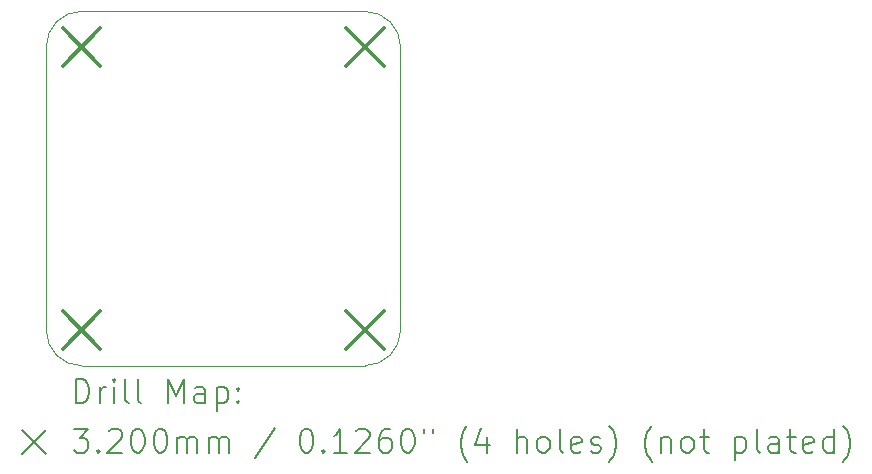
<source format=gbr>
%TF.GenerationSoftware,KiCad,Pcbnew,(6.0.7)*%
%TF.CreationDate,2022-10-27T11:51:33+02:00*%
%TF.ProjectId,reservoirCon,72657365-7276-46f6-9972-436f6e2e6b69,rev?*%
%TF.SameCoordinates,Original*%
%TF.FileFunction,Drillmap*%
%TF.FilePolarity,Positive*%
%FSLAX45Y45*%
G04 Gerber Fmt 4.5, Leading zero omitted, Abs format (unit mm)*
G04 Created by KiCad (PCBNEW (6.0.7)) date 2022-10-27 11:51:33*
%MOMM*%
%LPD*%
G01*
G04 APERTURE LIST*
%ADD10C,0.100000*%
%ADD11C,0.200000*%
%ADD12C,0.320000*%
G04 APERTURE END LIST*
D10*
X16740000Y-9700000D02*
G75*
G03*
X16440000Y-9400000I-300000J0D01*
G01*
X16440000Y-12400000D02*
G75*
G03*
X16740000Y-12100000I0J300000D01*
G01*
X14040000Y-9400000D02*
G75*
G03*
X13740000Y-9700000I0J-300000D01*
G01*
X14040000Y-9400000D02*
X16440000Y-9400000D01*
X13740000Y-12100000D02*
G75*
G03*
X14040000Y-12400000I300000J0D01*
G01*
X13740000Y-12100000D02*
X13740000Y-9700000D01*
X14040000Y-12400000D02*
X16440000Y-12400000D01*
X16740000Y-12100000D02*
X16740000Y-9700000D01*
D11*
D12*
X13880000Y-9540000D02*
X14200000Y-9860000D01*
X14200000Y-9540000D02*
X13880000Y-9860000D01*
X13880000Y-11940000D02*
X14200000Y-12260000D01*
X14200000Y-11940000D02*
X13880000Y-12260000D01*
X16280000Y-9540000D02*
X16600000Y-9860000D01*
X16600000Y-9540000D02*
X16280000Y-9860000D01*
X16280000Y-11940000D02*
X16600000Y-12260000D01*
X16600000Y-11940000D02*
X16280000Y-12260000D01*
D11*
X13992619Y-12715476D02*
X13992619Y-12515476D01*
X14040238Y-12515476D01*
X14068809Y-12525000D01*
X14087857Y-12544048D01*
X14097381Y-12563095D01*
X14106905Y-12601190D01*
X14106905Y-12629762D01*
X14097381Y-12667857D01*
X14087857Y-12686905D01*
X14068809Y-12705952D01*
X14040238Y-12715476D01*
X13992619Y-12715476D01*
X14192619Y-12715476D02*
X14192619Y-12582143D01*
X14192619Y-12620238D02*
X14202143Y-12601190D01*
X14211667Y-12591667D01*
X14230714Y-12582143D01*
X14249762Y-12582143D01*
X14316428Y-12715476D02*
X14316428Y-12582143D01*
X14316428Y-12515476D02*
X14306905Y-12525000D01*
X14316428Y-12534524D01*
X14325952Y-12525000D01*
X14316428Y-12515476D01*
X14316428Y-12534524D01*
X14440238Y-12715476D02*
X14421190Y-12705952D01*
X14411667Y-12686905D01*
X14411667Y-12515476D01*
X14545000Y-12715476D02*
X14525952Y-12705952D01*
X14516428Y-12686905D01*
X14516428Y-12515476D01*
X14773571Y-12715476D02*
X14773571Y-12515476D01*
X14840238Y-12658333D01*
X14906905Y-12515476D01*
X14906905Y-12715476D01*
X15087857Y-12715476D02*
X15087857Y-12610714D01*
X15078333Y-12591667D01*
X15059286Y-12582143D01*
X15021190Y-12582143D01*
X15002143Y-12591667D01*
X15087857Y-12705952D02*
X15068809Y-12715476D01*
X15021190Y-12715476D01*
X15002143Y-12705952D01*
X14992619Y-12686905D01*
X14992619Y-12667857D01*
X15002143Y-12648809D01*
X15021190Y-12639286D01*
X15068809Y-12639286D01*
X15087857Y-12629762D01*
X15183095Y-12582143D02*
X15183095Y-12782143D01*
X15183095Y-12591667D02*
X15202143Y-12582143D01*
X15240238Y-12582143D01*
X15259286Y-12591667D01*
X15268809Y-12601190D01*
X15278333Y-12620238D01*
X15278333Y-12677381D01*
X15268809Y-12696428D01*
X15259286Y-12705952D01*
X15240238Y-12715476D01*
X15202143Y-12715476D01*
X15183095Y-12705952D01*
X15364048Y-12696428D02*
X15373571Y-12705952D01*
X15364048Y-12715476D01*
X15354524Y-12705952D01*
X15364048Y-12696428D01*
X15364048Y-12715476D01*
X15364048Y-12591667D02*
X15373571Y-12601190D01*
X15364048Y-12610714D01*
X15354524Y-12601190D01*
X15364048Y-12591667D01*
X15364048Y-12610714D01*
X13535000Y-12945000D02*
X13735000Y-13145000D01*
X13735000Y-12945000D02*
X13535000Y-13145000D01*
X13973571Y-12935476D02*
X14097381Y-12935476D01*
X14030714Y-13011667D01*
X14059286Y-13011667D01*
X14078333Y-13021190D01*
X14087857Y-13030714D01*
X14097381Y-13049762D01*
X14097381Y-13097381D01*
X14087857Y-13116428D01*
X14078333Y-13125952D01*
X14059286Y-13135476D01*
X14002143Y-13135476D01*
X13983095Y-13125952D01*
X13973571Y-13116428D01*
X14183095Y-13116428D02*
X14192619Y-13125952D01*
X14183095Y-13135476D01*
X14173571Y-13125952D01*
X14183095Y-13116428D01*
X14183095Y-13135476D01*
X14268809Y-12954524D02*
X14278333Y-12945000D01*
X14297381Y-12935476D01*
X14345000Y-12935476D01*
X14364048Y-12945000D01*
X14373571Y-12954524D01*
X14383095Y-12973571D01*
X14383095Y-12992619D01*
X14373571Y-13021190D01*
X14259286Y-13135476D01*
X14383095Y-13135476D01*
X14506905Y-12935476D02*
X14525952Y-12935476D01*
X14545000Y-12945000D01*
X14554524Y-12954524D01*
X14564048Y-12973571D01*
X14573571Y-13011667D01*
X14573571Y-13059286D01*
X14564048Y-13097381D01*
X14554524Y-13116428D01*
X14545000Y-13125952D01*
X14525952Y-13135476D01*
X14506905Y-13135476D01*
X14487857Y-13125952D01*
X14478333Y-13116428D01*
X14468809Y-13097381D01*
X14459286Y-13059286D01*
X14459286Y-13011667D01*
X14468809Y-12973571D01*
X14478333Y-12954524D01*
X14487857Y-12945000D01*
X14506905Y-12935476D01*
X14697381Y-12935476D02*
X14716428Y-12935476D01*
X14735476Y-12945000D01*
X14745000Y-12954524D01*
X14754524Y-12973571D01*
X14764048Y-13011667D01*
X14764048Y-13059286D01*
X14754524Y-13097381D01*
X14745000Y-13116428D01*
X14735476Y-13125952D01*
X14716428Y-13135476D01*
X14697381Y-13135476D01*
X14678333Y-13125952D01*
X14668809Y-13116428D01*
X14659286Y-13097381D01*
X14649762Y-13059286D01*
X14649762Y-13011667D01*
X14659286Y-12973571D01*
X14668809Y-12954524D01*
X14678333Y-12945000D01*
X14697381Y-12935476D01*
X14849762Y-13135476D02*
X14849762Y-13002143D01*
X14849762Y-13021190D02*
X14859286Y-13011667D01*
X14878333Y-13002143D01*
X14906905Y-13002143D01*
X14925952Y-13011667D01*
X14935476Y-13030714D01*
X14935476Y-13135476D01*
X14935476Y-13030714D02*
X14945000Y-13011667D01*
X14964048Y-13002143D01*
X14992619Y-13002143D01*
X15011667Y-13011667D01*
X15021190Y-13030714D01*
X15021190Y-13135476D01*
X15116428Y-13135476D02*
X15116428Y-13002143D01*
X15116428Y-13021190D02*
X15125952Y-13011667D01*
X15145000Y-13002143D01*
X15173571Y-13002143D01*
X15192619Y-13011667D01*
X15202143Y-13030714D01*
X15202143Y-13135476D01*
X15202143Y-13030714D02*
X15211667Y-13011667D01*
X15230714Y-13002143D01*
X15259286Y-13002143D01*
X15278333Y-13011667D01*
X15287857Y-13030714D01*
X15287857Y-13135476D01*
X15678333Y-12925952D02*
X15506905Y-13183095D01*
X15935476Y-12935476D02*
X15954524Y-12935476D01*
X15973571Y-12945000D01*
X15983095Y-12954524D01*
X15992619Y-12973571D01*
X16002143Y-13011667D01*
X16002143Y-13059286D01*
X15992619Y-13097381D01*
X15983095Y-13116428D01*
X15973571Y-13125952D01*
X15954524Y-13135476D01*
X15935476Y-13135476D01*
X15916428Y-13125952D01*
X15906905Y-13116428D01*
X15897381Y-13097381D01*
X15887857Y-13059286D01*
X15887857Y-13011667D01*
X15897381Y-12973571D01*
X15906905Y-12954524D01*
X15916428Y-12945000D01*
X15935476Y-12935476D01*
X16087857Y-13116428D02*
X16097381Y-13125952D01*
X16087857Y-13135476D01*
X16078333Y-13125952D01*
X16087857Y-13116428D01*
X16087857Y-13135476D01*
X16287857Y-13135476D02*
X16173571Y-13135476D01*
X16230714Y-13135476D02*
X16230714Y-12935476D01*
X16211667Y-12964048D01*
X16192619Y-12983095D01*
X16173571Y-12992619D01*
X16364048Y-12954524D02*
X16373571Y-12945000D01*
X16392619Y-12935476D01*
X16440238Y-12935476D01*
X16459286Y-12945000D01*
X16468809Y-12954524D01*
X16478333Y-12973571D01*
X16478333Y-12992619D01*
X16468809Y-13021190D01*
X16354524Y-13135476D01*
X16478333Y-13135476D01*
X16649762Y-12935476D02*
X16611667Y-12935476D01*
X16592619Y-12945000D01*
X16583095Y-12954524D01*
X16564048Y-12983095D01*
X16554524Y-13021190D01*
X16554524Y-13097381D01*
X16564048Y-13116428D01*
X16573571Y-13125952D01*
X16592619Y-13135476D01*
X16630714Y-13135476D01*
X16649762Y-13125952D01*
X16659286Y-13116428D01*
X16668809Y-13097381D01*
X16668809Y-13049762D01*
X16659286Y-13030714D01*
X16649762Y-13021190D01*
X16630714Y-13011667D01*
X16592619Y-13011667D01*
X16573571Y-13021190D01*
X16564048Y-13030714D01*
X16554524Y-13049762D01*
X16792619Y-12935476D02*
X16811667Y-12935476D01*
X16830714Y-12945000D01*
X16840238Y-12954524D01*
X16849762Y-12973571D01*
X16859286Y-13011667D01*
X16859286Y-13059286D01*
X16849762Y-13097381D01*
X16840238Y-13116428D01*
X16830714Y-13125952D01*
X16811667Y-13135476D01*
X16792619Y-13135476D01*
X16773571Y-13125952D01*
X16764048Y-13116428D01*
X16754524Y-13097381D01*
X16745000Y-13059286D01*
X16745000Y-13011667D01*
X16754524Y-12973571D01*
X16764048Y-12954524D01*
X16773571Y-12945000D01*
X16792619Y-12935476D01*
X16935476Y-12935476D02*
X16935476Y-12973571D01*
X17011667Y-12935476D02*
X17011667Y-12973571D01*
X17306905Y-13211667D02*
X17297381Y-13202143D01*
X17278333Y-13173571D01*
X17268810Y-13154524D01*
X17259286Y-13125952D01*
X17249762Y-13078333D01*
X17249762Y-13040238D01*
X17259286Y-12992619D01*
X17268810Y-12964048D01*
X17278333Y-12945000D01*
X17297381Y-12916428D01*
X17306905Y-12906905D01*
X17468810Y-13002143D02*
X17468810Y-13135476D01*
X17421190Y-12925952D02*
X17373571Y-13068809D01*
X17497381Y-13068809D01*
X17725952Y-13135476D02*
X17725952Y-12935476D01*
X17811667Y-13135476D02*
X17811667Y-13030714D01*
X17802143Y-13011667D01*
X17783095Y-13002143D01*
X17754524Y-13002143D01*
X17735476Y-13011667D01*
X17725952Y-13021190D01*
X17935476Y-13135476D02*
X17916429Y-13125952D01*
X17906905Y-13116428D01*
X17897381Y-13097381D01*
X17897381Y-13040238D01*
X17906905Y-13021190D01*
X17916429Y-13011667D01*
X17935476Y-13002143D01*
X17964048Y-13002143D01*
X17983095Y-13011667D01*
X17992619Y-13021190D01*
X18002143Y-13040238D01*
X18002143Y-13097381D01*
X17992619Y-13116428D01*
X17983095Y-13125952D01*
X17964048Y-13135476D01*
X17935476Y-13135476D01*
X18116429Y-13135476D02*
X18097381Y-13125952D01*
X18087857Y-13106905D01*
X18087857Y-12935476D01*
X18268810Y-13125952D02*
X18249762Y-13135476D01*
X18211667Y-13135476D01*
X18192619Y-13125952D01*
X18183095Y-13106905D01*
X18183095Y-13030714D01*
X18192619Y-13011667D01*
X18211667Y-13002143D01*
X18249762Y-13002143D01*
X18268810Y-13011667D01*
X18278333Y-13030714D01*
X18278333Y-13049762D01*
X18183095Y-13068809D01*
X18354524Y-13125952D02*
X18373571Y-13135476D01*
X18411667Y-13135476D01*
X18430714Y-13125952D01*
X18440238Y-13106905D01*
X18440238Y-13097381D01*
X18430714Y-13078333D01*
X18411667Y-13068809D01*
X18383095Y-13068809D01*
X18364048Y-13059286D01*
X18354524Y-13040238D01*
X18354524Y-13030714D01*
X18364048Y-13011667D01*
X18383095Y-13002143D01*
X18411667Y-13002143D01*
X18430714Y-13011667D01*
X18506905Y-13211667D02*
X18516429Y-13202143D01*
X18535476Y-13173571D01*
X18545000Y-13154524D01*
X18554524Y-13125952D01*
X18564048Y-13078333D01*
X18564048Y-13040238D01*
X18554524Y-12992619D01*
X18545000Y-12964048D01*
X18535476Y-12945000D01*
X18516429Y-12916428D01*
X18506905Y-12906905D01*
X18868810Y-13211667D02*
X18859286Y-13202143D01*
X18840238Y-13173571D01*
X18830714Y-13154524D01*
X18821190Y-13125952D01*
X18811667Y-13078333D01*
X18811667Y-13040238D01*
X18821190Y-12992619D01*
X18830714Y-12964048D01*
X18840238Y-12945000D01*
X18859286Y-12916428D01*
X18868810Y-12906905D01*
X18945000Y-13002143D02*
X18945000Y-13135476D01*
X18945000Y-13021190D02*
X18954524Y-13011667D01*
X18973571Y-13002143D01*
X19002143Y-13002143D01*
X19021190Y-13011667D01*
X19030714Y-13030714D01*
X19030714Y-13135476D01*
X19154524Y-13135476D02*
X19135476Y-13125952D01*
X19125952Y-13116428D01*
X19116429Y-13097381D01*
X19116429Y-13040238D01*
X19125952Y-13021190D01*
X19135476Y-13011667D01*
X19154524Y-13002143D01*
X19183095Y-13002143D01*
X19202143Y-13011667D01*
X19211667Y-13021190D01*
X19221190Y-13040238D01*
X19221190Y-13097381D01*
X19211667Y-13116428D01*
X19202143Y-13125952D01*
X19183095Y-13135476D01*
X19154524Y-13135476D01*
X19278333Y-13002143D02*
X19354524Y-13002143D01*
X19306905Y-12935476D02*
X19306905Y-13106905D01*
X19316429Y-13125952D01*
X19335476Y-13135476D01*
X19354524Y-13135476D01*
X19573571Y-13002143D02*
X19573571Y-13202143D01*
X19573571Y-13011667D02*
X19592619Y-13002143D01*
X19630714Y-13002143D01*
X19649762Y-13011667D01*
X19659286Y-13021190D01*
X19668810Y-13040238D01*
X19668810Y-13097381D01*
X19659286Y-13116428D01*
X19649762Y-13125952D01*
X19630714Y-13135476D01*
X19592619Y-13135476D01*
X19573571Y-13125952D01*
X19783095Y-13135476D02*
X19764048Y-13125952D01*
X19754524Y-13106905D01*
X19754524Y-12935476D01*
X19945000Y-13135476D02*
X19945000Y-13030714D01*
X19935476Y-13011667D01*
X19916429Y-13002143D01*
X19878333Y-13002143D01*
X19859286Y-13011667D01*
X19945000Y-13125952D02*
X19925952Y-13135476D01*
X19878333Y-13135476D01*
X19859286Y-13125952D01*
X19849762Y-13106905D01*
X19849762Y-13087857D01*
X19859286Y-13068809D01*
X19878333Y-13059286D01*
X19925952Y-13059286D01*
X19945000Y-13049762D01*
X20011667Y-13002143D02*
X20087857Y-13002143D01*
X20040238Y-12935476D02*
X20040238Y-13106905D01*
X20049762Y-13125952D01*
X20068810Y-13135476D01*
X20087857Y-13135476D01*
X20230714Y-13125952D02*
X20211667Y-13135476D01*
X20173571Y-13135476D01*
X20154524Y-13125952D01*
X20145000Y-13106905D01*
X20145000Y-13030714D01*
X20154524Y-13011667D01*
X20173571Y-13002143D01*
X20211667Y-13002143D01*
X20230714Y-13011667D01*
X20240238Y-13030714D01*
X20240238Y-13049762D01*
X20145000Y-13068809D01*
X20411667Y-13135476D02*
X20411667Y-12935476D01*
X20411667Y-13125952D02*
X20392619Y-13135476D01*
X20354524Y-13135476D01*
X20335476Y-13125952D01*
X20325952Y-13116428D01*
X20316429Y-13097381D01*
X20316429Y-13040238D01*
X20325952Y-13021190D01*
X20335476Y-13011667D01*
X20354524Y-13002143D01*
X20392619Y-13002143D01*
X20411667Y-13011667D01*
X20487857Y-13211667D02*
X20497381Y-13202143D01*
X20516429Y-13173571D01*
X20525952Y-13154524D01*
X20535476Y-13125952D01*
X20545000Y-13078333D01*
X20545000Y-13040238D01*
X20535476Y-12992619D01*
X20525952Y-12964048D01*
X20516429Y-12945000D01*
X20497381Y-12916428D01*
X20487857Y-12906905D01*
M02*

</source>
